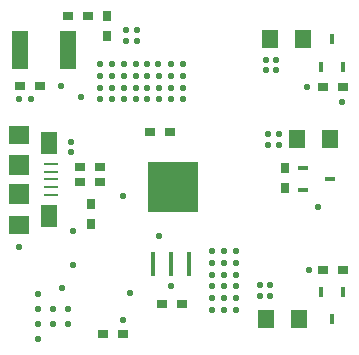
<source format=gbr>
G04 DipTrace 2.3.0.0*
%INTopPaste.gbr*%
%MOMM*%
%ADD36C,-1.0*%
%ADD49C,0.583*%
%ADD51R,0.396X2.096*%
%ADD57R,4.296X4.296*%
%ADD59R,0.096X0.396*%
%ADD61R,0.396X0.096*%
%ADD63R,1.396X1.596*%
%ADD65R,0.846X0.446*%
%ADD67R,0.446X0.846*%
%ADD71R,1.696X1.696*%
%ADD73R,1.696X1.596*%
%ADD75R,1.396X1.896*%
%ADD77R,1.146X0.196*%
%ADD79R,1.396X3.196*%
%ADD81R,0.796X0.896*%
%ADD83R,0.896X0.796*%
%FSLAX53Y53*%
G04*
G71*
G90*
G75*
G01*
%LNTopPaste*%
%LPD*%
D49*
X14000Y5900D3*
X5500Y18100D3*
Y17300D3*
X1100Y21800D3*
X2100D3*
X13000Y10200D3*
X10500Y5300D3*
X2700Y1400D3*
X4760Y5770D3*
X9920Y13540D3*
X25540Y22800D3*
X9890Y3010D3*
X2730Y5270D3*
X23100Y18800D3*
Y17900D3*
X22200Y18800D3*
Y17900D3*
X22900Y25100D3*
Y24200D3*
X22000Y25100D3*
Y24200D3*
X22400Y6000D3*
Y5100D3*
X21500Y6000D3*
Y5100D3*
X5700Y7700D3*
X5692Y10555D3*
X25700Y7300D3*
X11100Y27600D3*
Y26700D3*
X10200Y27600D3*
Y26700D3*
X26400Y12600D3*
X28500Y21500D3*
X4700Y22900D3*
X6400Y21900D3*
X8000Y24700D3*
X9000D3*
X10000D3*
X11000D3*
X8000Y23700D3*
X9000D3*
X10000D3*
X11000D3*
X8000Y22700D3*
X9000D3*
X10000D3*
X11000D3*
X8000Y21800D3*
X9000D3*
X10000D3*
X11000D3*
X12000Y24700D3*
X12900D3*
X14000D3*
X15000D3*
X12000Y23700D3*
X13000D3*
X14000D3*
X15000D3*
X12000Y22700D3*
X13000D3*
X14000D3*
X15000D3*
X12000Y21800D3*
X13000D3*
X14000D3*
X15000D3*
X17500Y8900D3*
X18500D3*
X19500D3*
X17500Y7900D3*
X18500D3*
X19500D3*
X17500Y6900D3*
X18500D3*
X19500D3*
X1100Y9200D3*
X17500Y5900D3*
X18500D3*
X19500D3*
X17500Y4900D3*
X18500D3*
X19500D3*
X17500Y3900D3*
X18500D3*
X19500D3*
D83*
X13900Y19000D3*
X12200D3*
D81*
X7200Y12900D3*
Y11200D3*
D83*
X1200Y22900D3*
X2900D3*
X5300Y28800D3*
X7000D3*
D81*
X8600Y27100D3*
Y28800D3*
D79*
X5300Y25900D3*
X1200D3*
D49*
X2700Y2700D3*
Y3970D3*
X3970Y2700D3*
Y3970D3*
X5240Y2700D3*
Y3970D3*
D77*
X3800Y16250D3*
Y15600D3*
Y14950D3*
Y14300D3*
Y13650D3*
D75*
X3650Y18060D3*
X3690Y11840D3*
D73*
X1090Y18750D3*
X1120Y11090D3*
D71*
X1110Y16140D3*
X1120Y13750D3*
D36*
X1200Y28900D3*
X28700Y1300D3*
D67*
X28600Y5400D3*
X26700D3*
X27650Y3100D3*
D65*
X25160Y15950D3*
Y14050D3*
X27460Y15000D3*
D67*
X26700Y24500D3*
X28600D3*
X27650Y26800D3*
D83*
X8200Y1900D3*
X9900D3*
X14900Y4400D3*
X13200D3*
X8000Y16000D3*
X6300D3*
X8000Y14700D3*
X6300D3*
D63*
X24800Y3100D3*
X22000D3*
X27460Y18350D3*
X24660D3*
X25200Y26800D3*
X22400D3*
D83*
X26900Y7300D3*
X28600D3*
D81*
X23660Y14250D3*
Y15950D3*
D83*
X28600Y22800D3*
X26900D3*
D61*
X11000Y16800D3*
Y16300D3*
Y15800D3*
Y15300D3*
Y14800D3*
Y14300D3*
Y13800D3*
Y13300D3*
Y12800D3*
Y12300D3*
Y11800D3*
D59*
X11700Y11100D3*
X12200D3*
X12700D3*
X13200D3*
X13700D3*
X14200D3*
X14700D3*
X15200D3*
X15700D3*
X16200D3*
X16700D3*
D61*
X17400Y11800D3*
Y12300D3*
Y12800D3*
Y13300D3*
Y13800D3*
Y14300D3*
Y14800D3*
Y15300D3*
Y15800D3*
Y16300D3*
Y16800D3*
D59*
X16700Y17500D3*
X16200D3*
X15700D3*
X15200D3*
X14700D3*
X14200D3*
X13700D3*
X13200D3*
X12700D3*
X12200D3*
X11700D3*
D57*
X14200Y14300D3*
D51*
X12500Y7800D3*
X13999Y7790D3*
X15506Y7800D3*
M02*

</source>
